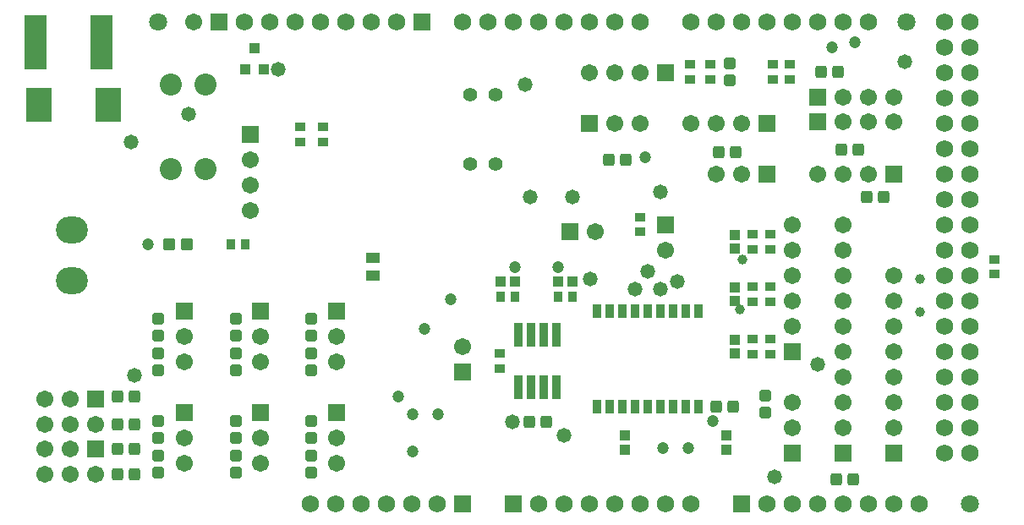
<source format=gts>
G04 Layer_Color=8388736*
%FSLAX44Y44*%
%MOMM*%
G71*
G01*
G75*
G04:AMPARAMS|DCode=48|XSize=1.2032mm|YSize=1.1032mm|CornerRadius=0.2141mm|HoleSize=0mm|Usage=FLASHONLY|Rotation=90.000|XOffset=0mm|YOffset=0mm|HoleType=Round|Shape=RoundedRectangle|*
%AMROUNDEDRECTD48*
21,1,1.2032,0.6750,0,0,90.0*
21,1,0.7750,1.1032,0,0,90.0*
1,1,0.4282,0.3375,0.3875*
1,1,0.4282,0.3375,-0.3875*
1,1,0.4282,-0.3375,-0.3875*
1,1,0.4282,-0.3375,0.3875*
%
%ADD48ROUNDEDRECTD48*%
%ADD49R,0.9032X1.1032*%
%ADD50R,1.1032X0.9032*%
G04:AMPARAMS|DCode=51|XSize=1.2192mm|YSize=1.2192mm|CornerRadius=0.254mm|HoleSize=0mm|Usage=FLASHONLY|Rotation=90.000|XOffset=0mm|YOffset=0mm|HoleType=Round|Shape=RoundedRectangle|*
%AMROUNDEDRECTD51*
21,1,1.2192,0.7112,0,0,90.0*
21,1,0.7112,1.2192,0,0,90.0*
1,1,0.5080,0.3556,0.3556*
1,1,0.5080,0.3556,-0.3556*
1,1,0.5080,-0.3556,-0.3556*
1,1,0.5080,-0.3556,0.3556*
%
%ADD51ROUNDEDRECTD51*%
%ADD52R,1.0032X1.1032*%
%ADD53R,1.4224X1.0160*%
G04:AMPARAMS|DCode=54|XSize=1.2032mm|YSize=1.1032mm|CornerRadius=0.2141mm|HoleSize=0mm|Usage=FLASHONLY|Rotation=0.000|XOffset=0mm|YOffset=0mm|HoleType=Round|Shape=RoundedRectangle|*
%AMROUNDEDRECTD54*
21,1,1.2032,0.6750,0,0,0.0*
21,1,0.7750,1.1032,0,0,0.0*
1,1,0.4282,0.3875,-0.3375*
1,1,0.4282,-0.3875,-0.3375*
1,1,0.4282,-0.3875,0.3375*
1,1,0.4282,0.3875,0.3375*
%
%ADD54ROUNDEDRECTD54*%
%ADD55R,1.1032X1.0032*%
%ADD56R,2.2032X5.5032*%
%ADD57R,0.8128X2.4130*%
%ADD58R,0.9652X1.3462*%
%ADD59R,2.6032X3.5032*%
%ADD60R,1.0160X1.1176*%
%ADD61C,1.7272*%
%ADD62R,1.7272X1.7272*%
%ADD63C,1.8032*%
%ADD64R,1.7032X1.7032*%
%ADD65C,1.7032*%
%ADD66R,1.7032X1.7032*%
%ADD67C,1.4032*%
%ADD68C,2.2032*%
%ADD69O,3.2032X2.7032*%
%ADD70C,1.2032*%
%ADD71C,1.4732*%
%ADD72C,1.0032*%
D48*
X878500Y332500D02*
D03*
X861500D02*
D03*
X836500Y380000D02*
D03*
X853500D02*
D03*
X833500Y457500D02*
D03*
X816500D02*
D03*
X128500Y105000D02*
D03*
X111500D02*
D03*
X128500Y132500D02*
D03*
X111500D02*
D03*
X128500Y55000D02*
D03*
X111500D02*
D03*
X128500Y80000D02*
D03*
X111500D02*
D03*
X621000Y370000D02*
D03*
X604000D02*
D03*
X714000Y377500D02*
D03*
X731000D02*
D03*
X848500Y50000D02*
D03*
X831500D02*
D03*
X711500Y122500D02*
D03*
X728500D02*
D03*
X541000Y107500D02*
D03*
X524000D02*
D03*
D49*
X225000Y285000D02*
D03*
X240000D02*
D03*
X567500Y232500D02*
D03*
X552500D02*
D03*
X495000D02*
D03*
X510000D02*
D03*
D50*
X295000Y402500D02*
D03*
Y387500D02*
D03*
X317500Y402500D02*
D03*
Y387500D02*
D03*
X635000Y297300D02*
D03*
Y312300D02*
D03*
X990000Y270000D02*
D03*
Y255000D02*
D03*
X765000Y295000D02*
D03*
Y280000D02*
D03*
X747500Y280000D02*
D03*
Y295000D02*
D03*
X765000Y242500D02*
D03*
Y227500D02*
D03*
X747500Y242500D02*
D03*
Y227500D02*
D03*
X765000Y175000D02*
D03*
Y190000D02*
D03*
X747500Y190000D02*
D03*
Y175000D02*
D03*
X785000Y465000D02*
D03*
Y450000D02*
D03*
X767500Y465000D02*
D03*
Y450000D02*
D03*
X494800Y160379D02*
D03*
Y175379D02*
D03*
X685000Y450000D02*
D03*
Y465000D02*
D03*
X705000D02*
D03*
Y450000D02*
D03*
D51*
X181270Y285000D02*
D03*
X163610D02*
D03*
D52*
X553000Y247500D02*
D03*
X567000D02*
D03*
X509500D02*
D03*
X495500D02*
D03*
D53*
X367500Y253356D02*
D03*
Y271500D02*
D03*
D54*
X152100Y193800D02*
D03*
Y210800D02*
D03*
X725000Y466000D02*
D03*
Y449000D02*
D03*
X760000Y133500D02*
D03*
Y116500D02*
D03*
X230000Y193800D02*
D03*
Y210800D02*
D03*
X305400Y193800D02*
D03*
Y210800D02*
D03*
X152100Y91300D02*
D03*
Y108300D02*
D03*
X230000Y91300D02*
D03*
Y108300D02*
D03*
X305400Y91300D02*
D03*
Y108300D02*
D03*
X305400Y56300D02*
D03*
Y73300D02*
D03*
X230000Y56300D02*
D03*
Y73300D02*
D03*
X152100Y56300D02*
D03*
Y73300D02*
D03*
X305400Y158800D02*
D03*
Y175800D02*
D03*
X230000Y158800D02*
D03*
Y175800D02*
D03*
X152100Y158800D02*
D03*
Y175800D02*
D03*
D55*
X730000Y294500D02*
D03*
Y280500D02*
D03*
Y242000D02*
D03*
Y228000D02*
D03*
X730000Y189500D02*
D03*
Y175500D02*
D03*
X619760Y79360D02*
D03*
Y93360D02*
D03*
X721360Y79360D02*
D03*
Y93360D02*
D03*
D56*
X29500Y487500D02*
D03*
X95500D02*
D03*
D57*
X513250Y194041D02*
D03*
X525950D02*
D03*
X538650D02*
D03*
X551350D02*
D03*
Y141717D02*
D03*
X538650D02*
D03*
X525950D02*
D03*
X513250D02*
D03*
D58*
X591500Y218385D02*
D03*
X604200D02*
D03*
X616900D02*
D03*
X629600D02*
D03*
X642300D02*
D03*
X655000D02*
D03*
X667700D02*
D03*
X680400D02*
D03*
X693100D02*
D03*
Y122500D02*
D03*
X680400D02*
D03*
X667700D02*
D03*
X655000D02*
D03*
X642300D02*
D03*
X629600D02*
D03*
X616900D02*
D03*
X604200D02*
D03*
X591500D02*
D03*
D59*
X32750Y425000D02*
D03*
X102250D02*
D03*
D60*
X248920Y481076D02*
D03*
X258572Y459900D02*
D03*
X239420D02*
D03*
D61*
X304800Y25400D02*
D03*
X863600Y508000D02*
D03*
X838200D02*
D03*
X238760D02*
D03*
X264160D02*
D03*
X289560D02*
D03*
X314960D02*
D03*
X340360D02*
D03*
X365760D02*
D03*
X391160D02*
D03*
X457200D02*
D03*
X482600D02*
D03*
X508000D02*
D03*
X533400D02*
D03*
X558800D02*
D03*
X584200D02*
D03*
X558800Y25400D02*
D03*
X533400D02*
D03*
X635000D02*
D03*
X609600D02*
D03*
X584200D02*
D03*
X431800D02*
D03*
X406400D02*
D03*
X381000D02*
D03*
X355600D02*
D03*
X330200D02*
D03*
X660400D02*
D03*
X685800D02*
D03*
X762000D02*
D03*
X787400D02*
D03*
X812800D02*
D03*
X838200D02*
D03*
X863600D02*
D03*
X889000D02*
D03*
X914400D02*
D03*
X939800Y508000D02*
D03*
X965200D02*
D03*
X939800Y482600D02*
D03*
X965200D02*
D03*
X939800Y457200D02*
D03*
X965200D02*
D03*
X939800Y431800D02*
D03*
X965200D02*
D03*
X939800Y406400D02*
D03*
X965200D02*
D03*
X939800Y381000D02*
D03*
X965200D02*
D03*
X939800Y355600D02*
D03*
X965200D02*
D03*
X939800Y330200D02*
D03*
X965200D02*
D03*
X939800Y304800D02*
D03*
X965200D02*
D03*
X939800Y279400D02*
D03*
X965200D02*
D03*
X939800Y254000D02*
D03*
X965200D02*
D03*
X939800Y228600D02*
D03*
X965200D02*
D03*
X939800Y203200D02*
D03*
X965200D02*
D03*
X939800Y177800D02*
D03*
X965200D02*
D03*
X939800Y152400D02*
D03*
X965200D02*
D03*
X939800Y127000D02*
D03*
X965200D02*
D03*
X939800Y101600D02*
D03*
X965200D02*
D03*
X939800Y76200D02*
D03*
X965200D02*
D03*
X812800Y508000D02*
D03*
X762000D02*
D03*
X711200D02*
D03*
X609600D02*
D03*
X787400D02*
D03*
X736600D02*
D03*
X685800D02*
D03*
X635000D02*
D03*
D62*
X416560D02*
D03*
X508000Y25400D02*
D03*
X457200D02*
D03*
X736600D02*
D03*
D63*
X152400Y508000D02*
D03*
X965200Y25400D02*
D03*
X901700Y508000D02*
D03*
D64*
X565000Y297500D02*
D03*
X90000Y130000D02*
D03*
Y80000D02*
D03*
X660400Y457200D02*
D03*
X812500Y407500D02*
D03*
X889000Y355600D02*
D03*
X762000D02*
D03*
Y406400D02*
D03*
X584200D02*
D03*
X213360Y508000D02*
D03*
X812500Y432500D02*
D03*
D65*
X590400Y297500D02*
D03*
X64600Y130000D02*
D03*
X39200D02*
D03*
X90000Y104600D02*
D03*
X64600D02*
D03*
X39200D02*
D03*
X64600Y80000D02*
D03*
X39200D02*
D03*
X90000Y54600D02*
D03*
X64600D02*
D03*
X39200D02*
D03*
X660400Y279400D02*
D03*
X889000Y254000D02*
D03*
Y228600D02*
D03*
Y203200D02*
D03*
Y177800D02*
D03*
Y152400D02*
D03*
Y127000D02*
D03*
Y101600D02*
D03*
X838200Y127000D02*
D03*
Y304800D02*
D03*
Y279400D02*
D03*
Y254000D02*
D03*
Y228600D02*
D03*
Y203200D02*
D03*
Y177800D02*
D03*
Y152400D02*
D03*
Y101600D02*
D03*
X787400D02*
D03*
Y127000D02*
D03*
X787400Y203200D02*
D03*
Y228600D02*
D03*
Y254000D02*
D03*
Y279400D02*
D03*
Y304800D02*
D03*
X584200Y457200D02*
D03*
X609600D02*
D03*
X635000D02*
D03*
X888700Y407500D02*
D03*
X863300D02*
D03*
X837900D02*
D03*
X330900Y91400D02*
D03*
Y66000D02*
D03*
X812800Y355600D02*
D03*
X838200D02*
D03*
X863600D02*
D03*
X254700Y91400D02*
D03*
Y66000D02*
D03*
X178500Y91400D02*
D03*
Y66000D02*
D03*
X330900Y193000D02*
D03*
Y167600D02*
D03*
X254700Y193000D02*
D03*
Y167600D02*
D03*
X178500Y193000D02*
D03*
Y167600D02*
D03*
X736600Y355600D02*
D03*
X711200D02*
D03*
X685800Y406400D02*
D03*
X711200D02*
D03*
X736600D02*
D03*
X609600D02*
D03*
X635000D02*
D03*
X245000Y318800D02*
D03*
Y344200D02*
D03*
Y369600D02*
D03*
X187960Y508000D02*
D03*
X457200Y182880D02*
D03*
X837900Y432500D02*
D03*
X863300D02*
D03*
X888700D02*
D03*
D66*
X660400Y304800D02*
D03*
X889000Y76200D02*
D03*
X838200Y76200D02*
D03*
X787400D02*
D03*
X787400Y177800D02*
D03*
X330900Y116800D02*
D03*
X254700D02*
D03*
X178500D02*
D03*
X330900Y218400D02*
D03*
X254700D02*
D03*
X178500D02*
D03*
X245000Y395000D02*
D03*
X457200Y157480D02*
D03*
D67*
X465000Y435000D02*
D03*
X490000D02*
D03*
X465000Y365000D02*
D03*
X490000D02*
D03*
D68*
X200000Y360000D02*
D03*
X165000D02*
D03*
Y445000D02*
D03*
X200000D02*
D03*
D69*
X66040Y248920D02*
D03*
Y299720D02*
D03*
D70*
X657860Y81280D02*
D03*
X682860D02*
D03*
X827500Y482500D02*
D03*
X850000Y487500D02*
D03*
X142500Y285000D02*
D03*
X432500Y115000D02*
D03*
X552500Y262500D02*
D03*
X510000D02*
D03*
X707800Y107879D02*
D03*
X392499Y132500D02*
D03*
X640000Y372500D02*
D03*
X445000Y230000D02*
D03*
X407500Y115000D02*
D03*
Y77500D02*
D03*
X419100Y200660D02*
D03*
D71*
X558800Y93980D02*
D03*
X182500Y414999D02*
D03*
X125000Y387500D02*
D03*
X128500Y154000D02*
D03*
X812498Y165000D02*
D03*
X507500Y107500D02*
D03*
X655000Y240000D02*
D03*
X642500Y257500D02*
D03*
X630000Y240000D02*
D03*
X655000Y337500D02*
D03*
X585000Y250000D02*
D03*
X567500Y332500D02*
D03*
X770000Y52500D02*
D03*
X520000Y445000D02*
D03*
X525000Y332500D02*
D03*
X900000Y467500D02*
D03*
X672500Y247500D02*
D03*
X272500Y460000D02*
D03*
D72*
X915000Y217500D02*
D03*
Y250000D02*
D03*
X735000Y220000D02*
D03*
X737500Y270000D02*
D03*
M02*

</source>
